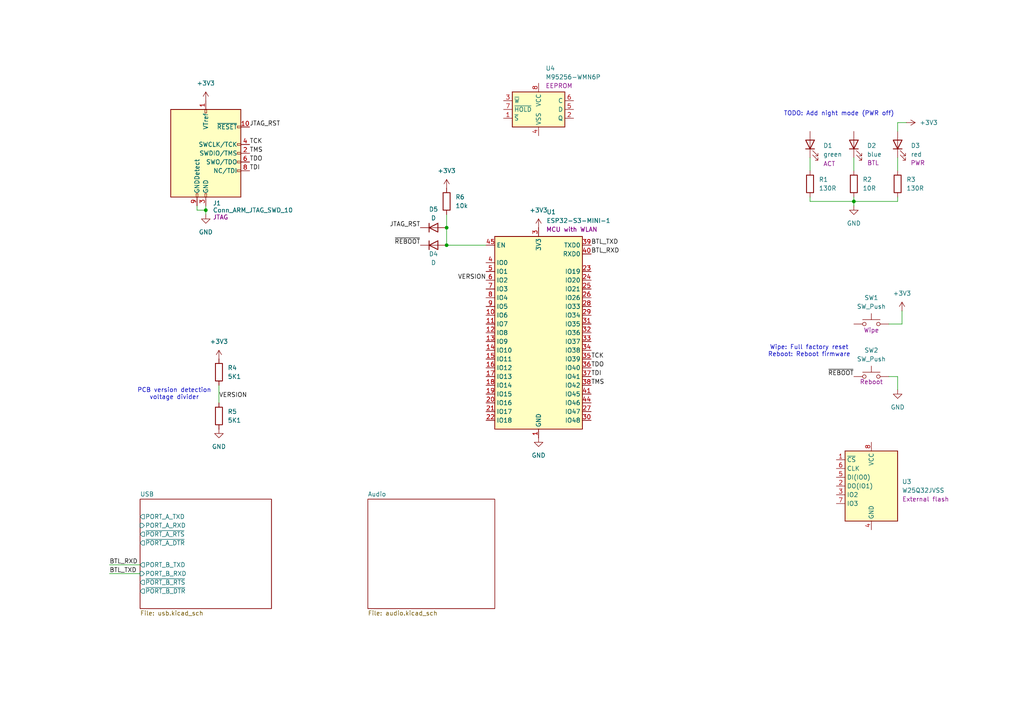
<source format=kicad_sch>
(kicad_sch (version 20231120) (generator "eeschema") (generator_version "8.0")
  (paper "A4")
  (title_block (title "soundbox"))
  (lib_symbols
    (symbol "Connector:Conn_ARM_JTAG_SWD_10" (pin_names (offset 1.016))
      (property "Reference" "J" (at -2.54 16.51 0))
      (property "Value" "Conn_ARM_JTAG_SWD_10" (at -2.54 13.97 0))
      (symbol "Conn_ARM_JTAG_SWD_10_0_1"
        (rectangle (start -10.16 12.7) (end 10.16 -12.7) (stroke (width 0.254)) (fill (type background)))
        (rectangle (start -2.794 -12.7) (end -2.286 -11.684))
        (rectangle (start -0.254 -12.7) (end 0.254 -11.684))
        (rectangle (start -0.254 12.7) (end 0.254 11.684))
        (rectangle (start 9.144 2.286) (end 10.16 2.794))
        (rectangle (start 10.16 -2.794) (end 9.144 -2.286))
        (rectangle (start 10.16 -0.254) (end 9.144 0.254))
        (rectangle (start 10.16 7.874) (end 9.144 7.366))
      )
      (symbol "Conn_ARM_JTAG_SWD_10_1_1"
        (rectangle (start 9.144 -5.334) (end 10.16 -4.826))
        (pin power_in line (at 0 15.24 270) (length 2.54) (name "VTref") (number "1"))
        (pin open_collector line (at 12.7 7.62 180) (length 2.54) (name "~{RESET}") (number "10"))
        (pin bidirectional line (at 12.7 0 180) (length 2.54) (name "SWDIO/TMS") (number "2"))
        (pin power_in line (at 0 -15.24 90) (length 2.54) (name "GND") (number "3"))
        (pin output line (at 12.7 2.54 180) (length 2.54) (name "SWCLK/TCK") (number "4"))
        (pin passive line (at 0 -15.24 90) (length 2.54) hide (name "GND") (number "5"))
        (pin input line (at 12.7 -2.54 180) (length 2.54) (name "SWO/TDO") (number "6"))
        (pin no_connect line (at -10.16 0 0) (length 2.54) hide (name "KEY") (number "7"))
        (pin output line (at 12.7 -5.08 180) (length 2.54) (name "NC/TDI") (number "8"))
        (pin passive line (at -2.54 -15.24 90) (length 2.54) (name "GNDDetect") (number "9"))
      )
    )
    (symbol "Device:D" (pin_numbers hide) (pin_names (offset 1.016) hide)
      (property "Reference" "D" (at 0 2.54 0))
      (property "Value" "D" (at 0 -2.54 0))
      (symbol "D_0_1"
        (polyline (pts (xy -1.27 1.27) (xy -1.27 -1.27)) (stroke (width 0.254)))
        (polyline (pts (xy 1.27 0) (xy -1.27 0)))
        (polyline (pts (xy 1.27 1.27) (xy 1.27 -1.27) (xy -1.27 0) (xy 1.27 1.27)) (stroke (width 0.254)))
      )
      (symbol "D_1_1"
        (pin passive line (at -3.81 0 0) (length 2.54) (name "K") (number "1"))
        (pin passive line (at 3.81 0 180) (length 2.54) (name "A") (number "2"))
      )
    )
    (symbol "Device:LED" (pin_numbers hide) (pin_names (offset 1.016) hide)
      (property "Reference" "D" (at 0 2.54 0))
      (property "Value" "LED" (at 0 -2.54 0))
      (symbol "LED_0_1"
        (polyline (pts (xy -1.27 -1.27) (xy -1.27 1.27)) (stroke (width 0.254)))
        (polyline (pts (xy -1.27 0) (xy 1.27 0)))
        (polyline (pts (xy 1.27 -1.27) (xy 1.27 1.27) (xy -1.27 0) (xy 1.27 -1.27)) (stroke (width 0.254)))
        (polyline (pts (xy -3.048 -0.762) (xy -4.572 -2.286) (xy -3.81 -2.286) (xy -4.572 -2.286) (xy -4.572 -1.524)))
        (polyline (pts (xy -1.778 -0.762) (xy -3.302 -2.286) (xy -2.54 -2.286) (xy -3.302 -2.286) (xy -3.302 -1.524)))
      )
      (symbol "LED_1_1"
        (pin passive line (at -3.81 0 0) (length 2.54) (name "K") (number "1"))
        (pin passive line (at 3.81 0 180) (length 2.54) (name "A") (number "2"))
      )
    )
    (symbol "Device:R" (pin_numbers hide) (pin_names (offset 0))
      (property "Reference" "R" (at 2.032 0 90))
      (property "Value" "R" (at 0 0 90))
      (symbol "R_0_1"
        (rectangle (start -1.016 -2.54) (end 1.016 2.54) (stroke (width 0.254)))
      )
      (symbol "R_1_1"
        (pin passive line (at 0 3.81 270) (length 1.27) (name "~") (number "1"))
        (pin passive line (at 0 -3.81 90) (length 1.27) (name "~") (number "2"))
      )
    )
    (symbol "Memory_EEPROM:M95256-WMN6P"
      (property "Reference" "U" (at -7.62 6.35 0))
      (property "Value" "M95256-WMN6P" (at 2.54 -6.35 0))
      (symbol "M95256-WMN6P_1_1"
        (rectangle (start -7.62 5.08) (end 7.62 -5.08) (stroke (width 0.254)) (fill (type background)))
        (pin input line (at -10.16 -2.54 0) (length 2.54) (name "~{S}") (number "1"))
        (pin output line (at 10.16 -2.54 180) (length 2.54) (name "Q") (number "2"))
        (pin input line (at -10.16 2.54 0) (length 2.54) (name "~{W}") (number "3"))
        (pin power_in line (at 0 -7.62 90) (length 2.54) (name "VSS") (number "4"))
        (pin input line (at 10.16 0 180) (length 2.54) (name "D") (number "5"))
        (pin input line (at 10.16 2.54 180) (length 2.54) (name "C") (number "6"))
        (pin input line (at -10.16 0 0) (length 2.54) (name "~{HOLD}") (number "7"))
        (pin power_in line (at 0 7.62 270) (length 2.54) (name "VCC") (number "8"))
      )
    )
    (symbol "Memory_Flash:W25Q32JVSS"
      (property "Reference" "U" (at -6.35 11.43 0))
      (property "Value" "W25Q32JVSS" (at 7.62 11.43 0))
      (symbol "W25Q32JVSS_0_1"
        (rectangle (start -7.62 10.16) (end 7.62 -10.16) (stroke (width 0.254)) (fill (type background)))
      )
      (symbol "W25Q32JVSS_1_1"
        (pin input line (at -10.16 7.62 0) (length 2.54) (name "~{CS}") (number "1"))
        (pin bidirectional line (at -10.16 0 0) (length 2.54) (name "DO(IO1)") (number "2"))
        (pin bidirectional line (at -10.16 -2.54 0) (length 2.54) (name "IO2") (number "3"))
        (pin power_in line (at 0 -12.7 90) (length 2.54) (name "GND") (number "4"))
        (pin bidirectional line (at -10.16 2.54 0) (length 2.54) (name "DI(IO0)") (number "5"))
        (pin input line (at -10.16 5.08 0) (length 2.54) (name "CLK") (number "6"))
        (pin bidirectional line (at -10.16 -5.08 0) (length 2.54) (name "IO3") (number "7"))
        (pin power_in line (at 0 12.7 270) (length 2.54) (name "VCC") (number "8"))
      )
    )
    (symbol "RF_Module:ESP32-S3-MINI-1"
      (property "Reference" "U" (at -11.43 29.21 0))
      (property "Value" "ESP32-S3-MINI-1" (at 12.7 29.21 0))
      (symbol "ESP32-S3-MINI-1_0_1"
        (rectangle (start -12.7 27.94) (end 12.7 -27.94) (stroke (width 0.254)) (fill (type background)))
      )
      (symbol "ESP32-S3-MINI-1_1_1"
        (pin power_in line (at 0 -30.48 90) (length 2.54) (name "GND") (number "1"))
        (pin bidirectional line (at -15.24 5.08 0) (length 2.54) (name "IO6") (number "10"))
        (pin bidirectional line (at -15.24 2.54 0) (length 2.54) (name "IO7") (number "11"))
        (pin bidirectional line (at -15.24 0 0) (length 2.54) (name "IO8") (number "12"))
        (pin bidirectional line (at -15.24 -2.54 0) (length 2.54) (name "IO9") (number "13"))
        (pin bidirectional line (at -15.24 -5.08 0) (length 2.54) (name "IO10") (number "14"))
        (pin bidirectional line (at -15.24 -7.62 0) (length 2.54) (name "IO11") (number "15"))
        (pin bidirectional line (at -15.24 -10.16 0) (length 2.54) (name "IO12") (number "16"))
        (pin bidirectional line (at -15.24 -12.7 0) (length 2.54) (name "IO13") (number "17"))
        (pin bidirectional line (at -15.24 -15.24 0) (length 2.54) (name "IO14") (number "18"))
        (pin bidirectional line (at -15.24 -17.78 0) (length 2.54) (name "IO15") (number "19"))
        (pin passive line (at 0 -30.48 90) (length 2.54) hide (name "GND") (number "2"))
        (pin bidirectional line (at -15.24 -20.32 0) (length 2.54) (name "IO16") (number "20"))
        (pin bidirectional line (at -15.24 -22.86 0) (length 2.54) (name "IO17") (number "21"))
        (pin bidirectional line (at -15.24 -25.4 0) (length 2.54) (name "IO18") (number "22"))
        (pin bidirectional line (at 15.24 17.78 180) (length 2.54) (name "IO19") (number "23"))
        (pin bidirectional line (at 15.24 15.24 180) (length 2.54) (name "IO20") (number "24"))
        (pin bidirectional line (at 15.24 12.7 180) (length 2.54) (name "IO21") (number "25"))
        (pin bidirectional line (at 15.24 10.16 180) (length 2.54) (name "IO26") (number "26"))
        (pin bidirectional line (at 15.24 -22.86 180) (length 2.54) (name "IO47") (number "27"))
        (pin bidirectional line (at 15.24 7.62 180) (length 2.54) (name "IO33") (number "28"))
        (pin bidirectional line (at 15.24 5.08 180) (length 2.54) (name "IO34") (number "29"))
        (pin power_in line (at 0 30.48 270) (length 2.54) (name "3V3") (number "3"))
        (pin bidirectional line (at 15.24 -25.4 180) (length 2.54) (name "IO48") (number "30"))
        (pin bidirectional line (at 15.24 2.54 180) (length 2.54) (name "IO35") (number "31"))
        (pin bidirectional line (at 15.24 0 180) (length 2.54) (name "IO36") (number "32"))
        (pin bidirectional line (at 15.24 -2.54 180) (length 2.54) (name "IO37") (number "33"))
        (pin bidirectional line (at 15.24 -5.08 180) (length 2.54) (name "IO38") (number "34"))
        (pin bidirectional line (at 15.24 -7.62 180) (length 2.54) (name "IO39") (number "35"))
        (pin bidirectional line (at 15.24 -10.16 180) (length 2.54) (name "IO40") (number "36"))
        (pin bidirectional line (at 15.24 -12.7 180) (length 2.54) (name "IO41") (number "37"))
        (pin bidirectional line (at 15.24 -15.24 180) (length 2.54) (name "IO42") (number "38"))
        (pin bidirectional line (at 15.24 25.4 180) (length 2.54) (name "TXD0") (number "39"))
        (pin bidirectional line (at -15.24 20.32 0) (length 2.54) (name "IO0") (number "4"))
        (pin bidirectional line (at 15.24 22.86 180) (length 2.54) (name "RXD0") (number "40"))
        (pin bidirectional line (at 15.24 -17.78 180) (length 2.54) (name "IO45") (number "41"))
        (pin passive line (at 0 -30.48 90) (length 2.54) hide (name "GND") (number "42"))
        (pin passive line (at 0 -30.48 90) (length 2.54) hide (name "GND") (number "43"))
        (pin bidirectional line (at 15.24 -20.32 180) (length 2.54) (name "IO46") (number "44"))
        (pin input line (at -15.24 25.4 0) (length 2.54) (name "EN") (number "45"))
        (pin passive line (at 0 -30.48 90) (length 2.54) hide (name "GND") (number "46"))
        (pin passive line (at 0 -30.48 90) (length 2.54) hide (name "GND") (number "47"))
        (pin passive line (at 0 -30.48 90) (length 2.54) hide (name "GND") (number "48"))
        (pin passive line (at 0 -30.48 90) (length 2.54) hide (name "GND") (number "49"))
        (pin bidirectional line (at -15.24 17.78 0) (length 2.54) (name "IO1") (number "5"))
        (pin passive line (at 0 -30.48 90) (length 2.54) hide (name "GND") (number "50"))
        (pin passive line (at 0 -30.48 90) (length 2.54) hide (name "GND") (number "51"))
        (pin passive line (at 0 -30.48 90) (length 2.54) hide (name "GND") (number "52"))
        (pin passive line (at 0 -30.48 90) (length 2.54) hide (name "GND") (number "53"))
        (pin passive line (at 0 -30.48 90) (length 2.54) hide (name "GND") (number "54"))
        (pin passive line (at 0 -30.48 90) (length 2.54) hide (name "GND") (number "55"))
        (pin passive line (at 0 -30.48 90) (length 2.54) hide (name "GND") (number "56"))
        (pin passive line (at 0 -30.48 90) (length 2.54) hide (name "GND") (number "57"))
        (pin passive line (at 0 -30.48 90) (length 2.54) hide (name "GND") (number "58"))
        (pin passive line (at 0 -30.48 90) (length 2.54) hide (name "GND") (number "59"))
        (pin bidirectional line (at -15.24 15.24 0) (length 2.54) (name "IO2") (number "6"))
        (pin passive line (at 0 -30.48 90) (length 2.54) hide (name "GND") (number "60"))
        (pin passive line (at 0 -30.48 90) (length 2.54) hide (name "GND") (number "61"))
        (pin passive line (at 0 -30.48 90) (length 2.54) hide (name "GND") (number "62"))
        (pin passive line (at 0 -30.48 90) (length 2.54) hide (name "GND") (number "63"))
        (pin passive line (at 0 -30.48 90) (length 2.54) hide (name "GND") (number "64"))
        (pin passive line (at 0 -30.48 90) (length 2.54) hide (name "GND") (number "65"))
        (pin bidirectional line (at -15.24 12.7 0) (length 2.54) (name "IO3") (number "7"))
        (pin bidirectional line (at -15.24 10.16 0) (length 2.54) (name "IO4") (number "8"))
        (pin bidirectional line (at -15.24 7.62 0) (length 2.54) (name "IO5") (number "9"))
      )
    )
    (symbol "Switch:SW_Push" (pin_numbers hide) (pin_names (offset 1.016) hide)
      (property "Reference" "SW" (at 1.27 2.54 0))
      (property "Value" "SW_Push" (at 0 -1.524 0))
      (symbol "SW_Push_0_1"
        (circle (center -2.032 0) (radius 0.508))
        (polyline (pts (xy 0 1.27) (xy 0 3.048)))
        (polyline (pts (xy 2.54 1.27) (xy -2.54 1.27)))
        (circle (center 2.032 0) (radius 0.508))
        (pin passive line (at -5.08 0 0) (length 2.54) (name "1") (number "1"))
        (pin passive line (at 5.08 0 180) (length 2.54) (name "2") (number "2"))
      )
    )
    (symbol "power:+3V3" (power) (pin_numbers hide) (pin_names (offset 0) hide)
      (property "Value" "+3V3" (at 0 3.556 0))
      (symbol "+3V3_0_1"
        (polyline (pts (xy -0.762 1.27) (xy 0 2.54)))
        (polyline (pts (xy 0 0) (xy 0 2.54)))
        (polyline (pts (xy 0 2.54) (xy 0.762 1.27)))
      )
      (symbol "+3V3_1_1"
        (pin power_in line (at 0 0 90) (length 0) (name "~") (number "1"))
      )
    )
    (symbol "power:GND" (power) (pin_numbers hide) (pin_names (offset 0) hide)
      (property "Value" "GND" (at 0 -3.81 0))
      (symbol "GND_0_1"
        (polyline (pts (xy 0 0) (xy 0 -1.27) (xy 1.27 -1.27) (xy 0 -2.54) (xy -1.27 -1.27) (xy 0 -1.27)))
      )
      (symbol "GND_1_1"
        (pin power_in line (at 0 0 270) (length 0) (name "~") (number "1"))
      )
    )
  )
  (junction (at 129.54 71.12))
  (junction (at 59.69 60.96))
  (junction (at 129.54 66.04))
  (junction (at 247.65 58.42))
  (wire (pts (xy 260.35 57.15) (xy 260.35 58.42)))
  (wire (pts (xy 234.95 58.42) (xy 247.65 58.42)))
  (wire (pts (xy 234.95 45.72) (xy 234.95 49.53)))
  (wire (pts (xy 57.15 59.69) (xy 57.15 60.96)))
  (wire (pts (xy 260.35 109.22) (xy 260.35 113.03)))
  (wire (pts (xy 257.81 93.98) (xy 261.62 93.98)))
  (wire (pts (xy 257.81 109.22) (xy 260.35 109.22)))
  (wire (pts (xy 261.62 90.17) (xy 261.62 93.98)))
  (wire (pts (xy 59.69 62.23) (xy 59.69 60.96)))
  (wire (pts (xy 31.75 166.37) (xy 40.64 166.37)))
  (wire (pts (xy 59.69 60.96) (xy 57.15 60.96)))
  (wire (pts (xy 129.54 66.04) (xy 129.54 71.12)))
  (wire (pts (xy 260.35 35.56) (xy 262.89 35.56)))
  (wire (pts (xy 63.5 111.76) (xy 63.5 116.84)))
  (wire (pts (xy 247.65 58.42) (xy 247.65 59.69)))
  (wire (pts (xy 129.54 71.12) (xy 140.97 71.12)))
  (wire (pts (xy 260.35 38.1) (xy 260.35 35.56)))
  (wire (pts (xy 129.54 62.23) (xy 129.54 66.04)))
  (wire (pts (xy 247.65 45.72) (xy 247.65 49.53)))
  (wire (pts (xy 260.35 45.72) (xy 260.35 49.53)))
  (wire (pts (xy 247.65 57.15) (xy 247.65 58.42)))
  (wire (pts (xy 59.69 59.69) (xy 59.69 60.96)))
  (wire (pts (xy 247.65 58.42) (xy 260.35 58.42)))
  (wire (pts (xy 31.75 163.83) (xy 40.64 163.83)))
  (wire (pts (xy 234.95 57.15) (xy 234.95 58.42)))
  (text "Wipe: Full factory reset\nReboot: Reboot firmware" (at 234.696 101.854 0) (effects (font (size 1.27 1.27))))
  (text "TODO: Add night mode (PWR off)" (at 243.332 33.02 0) (effects (font (size 1.27 1.27))))
  (text "PCB version detection\nvoltage divider" (at 50.546 114.3 0) (effects (font (size 1.27 1.27))))
  (label "VERSION" (at 63.5 115.57 0))
  (label "TCK" (at 72.39 41.91 0))
  (label "~{REBOOT}" (at 121.92 71.12 180))
  (label "~{REBOOT}" (at 247.65 109.22 180))
  (label "TDI" (at 171.45 109.22 0))
  (label "BTL_RXD" (at 171.45 73.66 0))
  (label "TDO" (at 171.45 106.68 0))
  (label "JTAG_RST" (at 121.92 66.04 180))
  (label "BTL_RXD" (at 31.75 163.83 0))
  (label "JTAG_RST" (at 72.39 36.83 0))
  (label "TCK" (at 171.45 104.14 0))
  (label "TDO" (at 72.39 46.99 0))
  (label "BTL_TXD" (at 171.45 71.12 0))
  (label "BTL_TXD" (at 31.75 166.37 0))
  (label "TMS" (at 72.39 44.45 0))
  (label "TMS" (at 171.45 111.76 0))
  (label "VERSION" (at 140.97 81.28 180))
  (label "TDI" (at 72.39 49.53 0))
  (symbol (lib_id "power:GND") (at 156.21 127 0) (unit 1)
    (property "Reference" "#PWR015" (effects (hide yes)))
    (property "Value" "GND" (at 156.21 132.08 0))
    (property "Description" "Power symbol creates a global label with name \"GND\" , ground" (effects (hide yes)))
  )
  (symbol (lib_id "power:GND") (at 247.65 59.69 0) (unit 1)
    (property "Reference" "#PWR012" (effects (hide yes)))
    (property "Value" "GND" (at 247.65 64.77 0))
    (property "Description" "Power symbol creates a global label with name \"GND\" , ground" (effects (hide yes)))
  )
  (symbol (lib_id "power:GND") (at 63.5 124.46 0) (unit 1)
    (property "Reference" "#PWR01" (effects (hide yes)))
    (property "Value" "GND" (at 63.5 129.54 0))
    (property "Description" "Power symbol creates a global label with name \"GND\" , ground" (effects (hide yes)))
  )
  (symbol (lib_id "RF_Module:ESP32-S3-MINI-1") (at 156.21 96.52 0) (unit 1)
    (property "Reference" "U1" (at 158.496 61.468 0) (effects (justify left)))
    (property "Value" "ESP32-S3-MINI-1" (at 158.496 64.008 0) (effects (justify left)))
    (property "Footprint" "RF_Module:ESP32-S2-MINI-1" (effects (hide yes)))
    (property "Datasheet" "https://www.espressif.com/sites/default/files/documentation/esp32-s3-mini-1_mini-1u_datasheet_en.pdf" (effects (hide yes)))
    (property "Description" "MCU with WLAN" (at 165.862 66.548 0))
    (property "MPN" "ESP32-S3-MINI-1-N8" (effects (hide yes)))
    (property "Manufacturer" "Espressif Systems" (effects (hide yes)))
  )
  (symbol (lib_id "Memory_Flash:W25Q32JVSS") (at 252.73 140.97 0) (unit 1)
    (property "Reference" "U3" (at 261.62 139.6999 0) (effects (justify left)))
    (property "Value" "W25Q32JVSS" (at 261.62 142.2399 0) (effects (justify left)))
    (property "Footprint" "Package_SO:SOIC-8_5.23x5.23mm_P1.27mm" (effects (hide yes)))
    (property "Datasheet" "http://www.winbond.com/resource-files/w25q32jv%20revg%2003272018%20plus.pdf" (effects (hide yes)))
    (property "Description" "External flash" (at 268.478 144.78 0))
    (property "MPN" "W25Q32JVSSIQ" (effects (hide yes)))
    (property "Manufacturer" "Winbond Electronics" (effects (hide yes)))
  )
  (symbol (lib_id "Connector:Conn_ARM_JTAG_SWD_10") (at 59.69 44.45 0) (unit 1)
    (property "Reference" "J1" (at 61.722 58.928 0) (effects (justify left)))
    (property "Value" "Conn_ARM_JTAG_SWD_10" (at 61.722 60.96 0) (effects (justify left)))
    (property "Datasheet" "https://mm.digikey.com/Volume0/opasdata/d220001/medias/docus/6209/ftsh-1xx-xx-xxx-dv-xxx-xxx-x-xx-mkt.pdf" (effects (hide yes)))
    (property "Description" "JTAG" (at 61.722 62.992 0) (effects (justify left)))
    (property "MPN" "FTSH-105-01-L-DV-007-K-TR" (effects (hide yes)))
    (property "Manufacturer" "samtec" (effects (hide yes)))
  )
  (symbol (lib_id "Switch:SW_Push") (at 252.73 109.22 0) (unit 1)
    (property "Reference" "SW2" (at 252.73 101.6 0))
    (property "Value" "SW_Push" (at 252.73 104.14 0))
    (property "Footprint" "Button_Switch_SMD:SW_SPST_TL3305B" (effects (hide yes)))
    (property "Datasheet" "https://www.e-switch.com/wp-content/uploads/2024/08/TL3305.pdf" (effects (hide yes)))
    (property "Description" "Reboot" (at 252.73 110.744 0))
    (property "MPN" "TL3305BF260QG" (effects (hide yes)))
    (property "Manufacturer" "E-Switch" (effects (hide yes)))
  )
  (symbol (lib_id "power:+3V3") (at 59.69 29.21 0) (unit 1)
    (property "Reference" "#PWR016" (effects (hide yes)))
    (property "Value" "+3V3" (at 59.69 24.13 0))
    (property "Description" "Power symbol creates a global label with name \"+3V3\"" (effects (hide yes)))
  )
  (symbol (lib_id "power:+3V3") (at 156.21 66.04 0) (unit 1)
    (property "Reference" "#PWR014" (effects (hide yes)))
    (property "Value" "+3V3" (at 156.21 60.96 0))
    (property "Description" "Power symbol creates a global label with name \"+3V3\"" (effects (hide yes)))
  )
  (symbol (lib_id "Device:R") (at 129.54 58.42 0) (unit 1)
    (property "Reference" "R6" (at 132.08 57.1499 0) (effects (justify left)))
    (property "Value" "10k" (at 132.08 59.6899 0) (effects (justify left)))
    (property "Description" "Resistor" (effects (hide yes)))
  )
  (symbol (lib_id "power:+3V3") (at 63.5 104.14 0) (unit 1)
    (property "Reference" "#PWR02" (effects (hide yes)))
    (property "Value" "+3V3" (at 63.5 99.06 0))
    (property "Description" "Power symbol creates a global label with name \"+3V3\"" (effects (hide yes)))
  )
  (symbol (lib_id "Device:R") (at 260.35 53.34 0) (unit 1)
    (property "Reference" "R3" (at 262.89 52.0699 0) (effects (justify left)))
    (property "Value" "130R" (at 262.89 54.6099 0) (effects (justify left)))
    (property "Footprint" "Resistor_SMD:R_0603_1608Metric" (effects (hide yes)))
    (property "Datasheet" "https://industrial.panasonic.com/cdbs/www-data/pdf/RDA0000/AOA0000C304.pdf" (effects (hide yes)))
    (property "Description" "Resistor" (effects (hide yes)))
    (property "MPN" "ERJ-3EKF1300V" (effects (hide yes)))
    (property "Manufacturer" "Panasonic Electronic Components" (effects (hide yes)))
  )
  (symbol (lib_id "Switch:SW_Push") (at 252.73 93.98 0) (unit 1)
    (property "Reference" "SW1" (at 252.73 86.36 0))
    (property "Value" "SW_Push" (at 252.73 88.9 0))
    (property "Footprint" "Button_Switch_SMD:SW_SPST_TL3305B" (effects (hide yes)))
    (property "Datasheet" "https://www.e-switch.com/wp-content/uploads/2024/08/TL3305.pdf" (effects (hide yes)))
    (property "Description" "Wipe" (at 252.73 95.758 0))
    (property "MPN" "TL3305BF260QG" (effects (hide yes)))
    (property "Manufacturer" "E-Switch" (effects (hide yes)))
  )
  (symbol (lib_id "power:+3V3") (at 129.54 54.61 0) (unit 1)
    (property "Reference" "#PWR018" (effects (hide yes)))
    (property "Value" "+3V3" (at 129.54 49.53 0))
    (property "Description" "Power symbol creates a global label with name \"+3V3\"" (effects (hide yes)))
  )
  (symbol (lib_id "Device:D") (at 125.73 71.12 0) (unit 1)
    (property "Reference" "D4" (at 125.73 73.66 0))
    (property "Value" "D" (at 125.73 76.2 0))
    (property "Description" "Diode" (effects (hide yes)))
    (property "Sim.Device" "D" (effects (hide yes)))
    (property "Sim.Pins" "1=K 2=A" (effects (hide yes)))
  )
  (symbol (lib_id "Device:R") (at 247.65 53.34 0) (unit 1)
    (property "Reference" "R2" (at 250.19 52.0699 0) (effects (justify left)))
    (property "Value" "10R" (at 250.19 54.6099 0) (effects (justify left)))
    (property "Footprint" "Resistor_SMD:R_0603_1608Metric" (effects (hide yes)))
    (property "Datasheet" "https://industrial.panasonic.com/cdbs/www-data/pdf/RDO0000/AOA0000C331.pdf" (effects (hide yes)))
    (property "Description" "Resistor" (effects (hide yes)))
    (property "MPN" "ERJ-PA3F10R0V" (effects (hide yes)))
    (property "Manufacturer" "Panasonic Electronic Components" (effects (hide yes)))
  )
  (symbol (lib_id "power:+3V3") (at 261.62 90.17 0) (unit 1)
    (property "Reference" "#PWR011" (effects (hide yes)))
    (property "Value" "+3V3" (at 261.62 85.09 0))
    (property "Description" "Power symbol creates a global label with name \"+3V3\"" (effects (hide yes)))
  )
  (symbol (lib_id "power:GND") (at 59.69 62.23 0) (unit 1)
    (property "Reference" "#PWR017" (effects (hide yes)))
    (property "Value" "GND" (at 59.69 67.31 0))
    (property "Description" "Power symbol creates a global label with name \"GND\" , ground" (effects (hide yes)))
  )
  (symbol (lib_id "Device:D") (at 125.73 66.04 0) (unit 1)
    (property "Reference" "D5" (at 125.73 60.706 0))
    (property "Value" "D" (at 125.73 63.246 0))
    (property "Description" "Diode" (effects (hide yes)))
    (property "Sim.Device" "D" (effects (hide yes)))
    (property "Sim.Pins" "1=K 2=A" (effects (hide yes)))
  )
  (symbol (lib_id "Device:R") (at 63.5 120.65 0) (unit 1)
    (property "Reference" "R5" (at 66.04 119.3799 0) (effects (justify left)))
    (property "Value" "5K1" (at 66.04 121.9199 0) (effects (justify left)))
    (property "Footprint" "Resistor_SMD:R_0603_1608Metric" (effects (hide yes)))
    (property "Datasheet" "https://industrial.panasonic.com/cdbs/www-data/pdf/RDA0000/AOA0000C304.pdf" (effects (hide yes)))
    (property "Description" "Resistor" (effects (hide yes)))
    (property "MPN" "ERJ-3EKF5101V" (effects (hide yes)))
    (property "Manufacturer" "Panasonic Electronic Components" (effects (hide yes)))
  )
  (symbol (lib_id "Device:LED") (at 234.95 41.91 90) (unit 1)
    (property "Reference" "D1" (at 238.76 42.2274 90) (effects (justify right)))
    (property "Value" "green" (at 238.76 44.7674 90) (effects (justify right)))
    (property "Footprint" "LED_SMD:LED_1206_3216Metric" (effects (hide yes)))
    (property "Datasheet" "https://s3-us-west-2.amazonaws.com/catsy.557/Dialight_CBI_data_598-1206_Apr2018.pdf" (effects (hide yes)))
    (property "Description" "ACT" (at 240.538 47.498 90))
    (property "MPN" "598-8270-107F" (effects (hide yes)))
    (property "Manufacturer" "Dialight" (effects (hide yes)))
  )
  (symbol (lib_id "Device:R") (at 63.5 107.95 0) (unit 1)
    (property "Reference" "R4" (at 66.04 106.6799 0) (effects (justify left)))
    (property "Value" "5K1" (at 66.04 109.2199 0) (effects (justify left)))
    (property "Footprint" "Resistor_SMD:R_0603_1608Metric" (effects (hide yes)))
    (property "Datasheet" "https://industrial.panasonic.com/cdbs/www-data/pdf/RDA0000/AOA0000C304.pdf" (effects (hide yes)))
    (property "Description" "Resistor" (effects (hide yes)))
    (property "MPN" "ERJ-3EKF5101V" (effects (hide yes)))
    (property "Manufacturer" "Panasonic Electronic Components" (effects (hide yes)))
  )
  (symbol (lib_id "Device:R") (at 234.95 53.34 0) (unit 1)
    (property "Reference" "R1" (at 237.49 52.0699 0) (effects (justify left)))
    (property "Value" "130R" (at 237.49 54.6099 0) (effects (justify left)))
    (property "Footprint" "Resistor_SMD:R_0603_1608Metric" (effects (hide yes)))
    (property "Datasheet" "https://industrial.panasonic.com/cdbs/www-data/pdf/RDA0000/AOA0000C304.pdf" (effects (hide yes)))
    (property "Description" "Resistor" (effects (hide yes)))
    (property "MPN" "ERJ-3EKF1300V" (effects (hide yes)))
    (property "Manufacturer" "Panasonic Electronic Components" (effects (hide yes)))
  )
  (symbol (lib_id "Memory_EEPROM:M95256-WMN6P") (at 156.21 31.75 0) (unit 1)
    (property "Reference" "U4" (at 158.242 19.812 0) (effects (justify left)))
    (property "Value" "M95256-WMN6P" (at 158.242 22.352 0) (effects (justify left)))
    (property "Footprint" "Package_SO:SOIC-8_3.9x4.9mm_P1.27mm" (effects (hide yes)))
    (property "Datasheet" "http://www.st.com/content/ccc/resource/technical/document/datasheet/9d/75/f0/3e/76/00/4c/0b/CD00103810.pdf/files/CD00103810.pdf/jcr:content/translations/en.CD00103810.pdf" (effects (hide yes)))
    (property "Description" "EEPROM" (at 162.1439 24.892 0))
    (property "MPN" "M95256-WMN6P" (effects (hide yes)))
    (property "Manufacturer" "STMicroelectronics" (effects (hide yes)))
  )
  (symbol (lib_id "Device:LED") (at 260.35 41.91 90) (unit 1)
    (property "Reference" "D3" (at 264.16 42.2274 90) (effects (justify right)))
    (property "Value" "red" (at 264.16 44.7674 90) (effects (justify right)))
    (property "Footprint" "LED_SMD:LED_1206_3216Metric" (effects (hide yes)))
    (property "Datasheet" "https://s3-us-west-2.amazonaws.com/catsy.557/Dialight_CBI_data_598-1206_Apr2018.pdf" (effects (hide yes)))
    (property "Description" "PWR" (at 266.192 47.244 90))
    (property "MPN" "598-8210-107F" (effects (hide yes)))
    (property "Manufacturer" "Dialight" (effects (hide yes)))
  )
  (symbol (lib_id "power:GND") (at 260.35 113.03 0) (unit 1)
    (property "Reference" "#PWR019" (effects (hide yes)))
    (property "Value" "GND" (at 260.35 118.11 0))
    (property "Description" "Power symbol creates a global label with name \"GND\" , ground" (effects (hide yes)))
  )
  (symbol (lib_id "power:+3V3") (at 262.89 35.56 270) (unit 1)
    (property "Reference" "#PWR013" (effects (hide yes)))
    (property "Value" "+3V3" (at 266.7 35.5599 90) (effects (justify left)))
    (property "Description" "Power symbol creates a global label with name \"+3V3\"" (effects (hide yes)))
  )
  (symbol (lib_id "Device:LED") (at 247.65 41.91 90) (unit 1)
    (property "Reference" "D2" (at 251.46 42.2274 90) (effects (justify right)))
    (property "Value" "blue" (at 251.46 44.7674 90) (effects (justify right)))
    (property "Footprint" "LED_SMD:LED_1206_3216Metric" (effects (hide yes)))
    (property "Datasheet" "https://s3-us-west-2.amazonaws.com/catsy.557/Dialight_CBI_data_598-1206_Apr2018.pdf" (effects (hide yes)))
    (property "Description" "BTL" (at 253.238 47.244 90))
    (property "MPN" "598-8291-107F" (effects (hide yes)))
    (property "Manufacturer" "Dialight" (effects (hide yes)))
  )
  (sheet (at 40.64 144.78) (size 38.1 31.75) (stroke (width 0.1524))
    (property "Sheetname" "USB" (at 40.64 144.0684 0) (effects (justify left bottom)))
    (property "Sheetfile" "usb.kicad_sch" (at 40.64 177.1146 0) (effects (justify left top)))
    (pin "PORT_A_TXD" output (at 40.64 149.86 180))
    (pin "PORT_A_RXD" input (at 40.64 152.4 180))
    (pin "PORT_B_TXD" output (at 40.64 163.83 180))
    (pin "PORT_B_RXD" input (at 40.64 166.37 180))
    (pin "~{PORT_B_RTS}" output (at 40.64 168.91 180))
    (pin "~{PORT_B_DTR}" output (at 40.64 171.45 180))
    (pin "~{PORT_A_RTS}" output (at 40.64 154.94 180))
    (pin "~{PORT_A_DTR}" output (at 40.64 157.48 180))
  )
  (sheet (at 106.68 144.78) (size 36.83 31.75) (stroke (width 0.1524))
    (property "Sheetname" "Audio" (at 106.68 144.0684 0) (effects (justify left bottom)))
    (property "Sheetfile" "audio.kicad_sch" (at 106.68 177.1146 0) (effects (justify left top)))
  )
)
</source>
